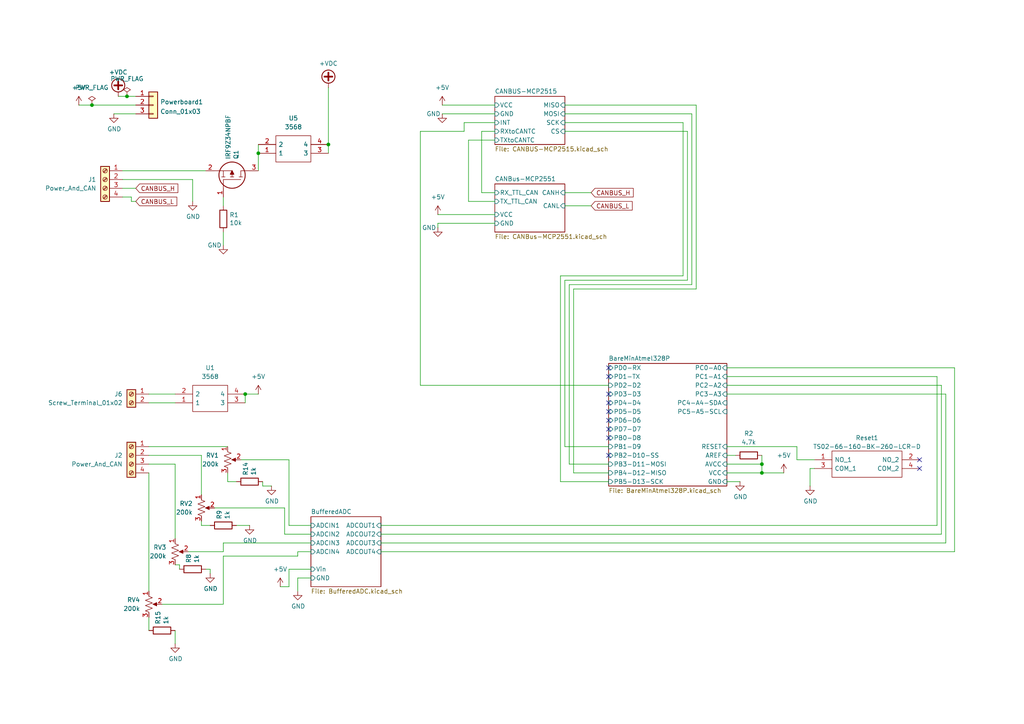
<source format=kicad_sch>
(kicad_sch (version 20250114) (generator "eeschema") (generator_version "9.0")
  (paper "A4")
  (lib_symbols
    (symbol "Connector:Screw_Terminal_01x02" (pin_names (offset 1.016) (hide yes))
      (property "Reference" "J" (at 0 2.54 0))
      (property "Value" "Screw_Terminal_01x02" (at 0 -5.08 0))
      (symbol "Screw_Terminal_01x02_1_1"
        (rectangle (start -1.27 1.27) (end 1.27 -3.81) (stroke (width 0.254)) (fill (type background)))
        (polyline (pts (xy -0.5334 0.3302) (xy 0.3302 -0.508)) (stroke (width 0.1524)))
        (polyline (pts (xy -0.5334 -2.2098) (xy 0.3302 -3.048)) (stroke (width 0.1524)))
        (polyline (pts (xy -0.3556 0.508) (xy 0.508 -0.3302)) (stroke (width 0.1524)))
        (polyline (pts (xy -0.3556 -2.032) (xy 0.508 -2.8702)) (stroke (width 0.1524)))
        (circle (center 0 0) (radius 0.635) (stroke (width 0.1524)))
        (circle (center 0 -2.54) (radius 0.635) (stroke (width 0.1524)))
        (pin passive line (at -5.08 0 0) (length 3.81) (name "Pin_1") (number "1"))
        (pin passive line (at -5.08 -2.54 0) (length 3.81) (name "Pin_2") (number "2"))
      )
    )
    (symbol "Connector:Screw_Terminal_01x04" (pin_names (offset 1.016) (hide yes))
      (property "Reference" "J" (at 0 5.08 0))
      (property "Value" "Screw_Terminal_01x04" (at 0 -7.62 0))
      (symbol "Screw_Terminal_01x04_1_1"
        (rectangle (start -1.27 3.81) (end 1.27 -6.35) (stroke (width 0.254)) (fill (type background)))
        (polyline (pts (xy -0.5334 2.8702) (xy 0.3302 2.032)) (stroke (width 0.1524)))
        (polyline (pts (xy -0.5334 0.3302) (xy 0.3302 -0.508)) (stroke (width 0.1524)))
        (polyline (pts (xy -0.5334 -2.2098) (xy 0.3302 -3.048)) (stroke (width 0.1524)))
        (polyline (pts (xy -0.5334 -4.7498) (xy 0.3302 -5.588)) (stroke (width 0.1524)))
        (polyline (pts (xy -0.3556 3.048) (xy 0.508 2.2098)) (stroke (width 0.1524)))
        (polyline (pts (xy -0.3556 0.508) (xy 0.508 -0.3302)) (stroke (width 0.1524)))
        (polyline (pts (xy -0.3556 -2.032) (xy 0.508 -2.8702)) (stroke (width 0.1524)))
        (polyline (pts (xy -0.3556 -4.572) (xy 0.508 -5.4102)) (stroke (width 0.1524)))
        (circle (center 0 2.54) (radius 0.635) (stroke (width 0.1524)))
        (circle (center 0 0) (radius 0.635) (stroke (width 0.1524)))
        (circle (center 0 -2.54) (radius 0.635) (stroke (width 0.1524)))
        (circle (center 0 -5.08) (radius 0.635) (stroke (width 0.1524)))
        (pin passive line (at -5.08 2.54 0) (length 3.81) (name "Pin_1") (number "1"))
        (pin passive line (at -5.08 0 0) (length 3.81) (name "Pin_2") (number "2"))
        (pin passive line (at -5.08 -2.54 0) (length 3.81) (name "Pin_3") (number "3"))
        (pin passive line (at -5.08 -5.08 0) (length 3.81) (name "Pin_4") (number "4"))
      )
    )
    (symbol "Connector_Generic:Conn_01x03" (pin_names (offset 1.016) (hide yes))
      (property "Reference" "J" (at 0 5.08 0))
      (property "Value" "Conn_01x03" (at 0 -5.08 0))
      (symbol "Conn_01x03_1_1"
        (rectangle (start -1.27 3.81) (end 1.27 -3.81) (stroke (width 0.254)) (fill (type background)))
        (rectangle (start -1.27 2.667) (end 0 2.413) (stroke (width 0.1524)))
        (rectangle (start -1.27 0.127) (end 0 -0.127) (stroke (width 0.1524)))
        (rectangle (start -1.27 -2.413) (end 0 -2.667) (stroke (width 0.1524)))
        (pin passive line (at -5.08 2.54 0) (length 3.81) (name "Pin_1") (number "1"))
        (pin passive line (at -5.08 0 0) (length 3.81) (name "Pin_2") (number "2"))
        (pin passive line (at -5.08 -2.54 0) (length 3.81) (name "Pin_3") (number "3"))
      )
    )
    (symbol "Device:R" (pin_numbers (hide yes)) (pin_names (offset 0))
      (property "Reference" "R" (at 2.032 0 90))
      (property "Value" "R" (at 0 0 90))
      (symbol "R_0_1"
        (rectangle (start -1.016 -2.54) (end 1.016 2.54) (stroke (width 0.254)))
      )
      (symbol "R_1_1"
        (pin passive line (at 0 3.81 270) (length 1.27) (name "~") (number "1"))
        (pin passive line (at 0 -3.81 90) (length 1.27) (name "~") (number "2"))
      )
    )
    (symbol "Device:R_Potentiometer_US" (pin_names (offset 1.016) (hide yes))
      (property "Reference" "RV" (at -4.445 0 90))
      (property "Value" "R_Potentiometer_US" (at -2.54 0 90))
      (symbol "R_Potentiometer_US_0_1"
        (polyline (pts (xy 0 2.54) (xy 0 2.286)))
        (polyline (pts (xy 0 2.286) (xy 1.016 1.905) (xy 0 1.524) (xy -1.016 1.143) (xy 0 0.762)))
        (polyline (pts (xy 0 0.762) (xy 1.016 0.381) (xy 0 0) (xy -1.016 -0.381) (xy 0 -0.762)))
        (polyline (pts (xy 0 -0.762) (xy 1.016 -1.143) (xy 0 -1.524) (xy -1.016 -1.905) (xy 0 -2.286)))
        (polyline (pts (xy 0 -2.286) (xy 0 -2.54)))
        (polyline (pts (xy 1.143 0) (xy 2.286 0.508) (xy 2.286 -0.508) (xy 1.143 0)) (fill (type outline)))
        (polyline (pts (xy 2.54 0) (xy 1.524 0)))
      )
      (symbol "R_Potentiometer_US_1_1"
        (pin passive line (at 0 3.81 270) (length 1.27) (name "1") (number "1"))
        (pin passive line (at 0 -3.81 90) (length 1.27) (name "3") (number "3"))
        (pin passive line (at 3.81 0 180) (length 1.27) (name "2") (number "2"))
      )
    )
    (symbol "SamacSys_Parts:3568" (pin_names (offset 0.762))
      (property "Reference" "U" (at 16.51 7.62 0))
      (property "Value" "3568" (at 16.51 5.08 0))
      (symbol "3568_0_0"
        (pin passive line (at 0 0 0) (length 5.08) (name "2") (number "2"))
        (pin passive line (at 0 -2.54 0) (length 5.08) (name "1") (number "1"))
        (pin passive line (at 20.32 0 180) (length 5.08) (name "4") (number "4"))
        (pin passive line (at 20.32 -2.54 180) (length 5.08) (name "3") (number "3"))
      )
      (symbol "3568_0_1"
        (polyline (pts (xy 5.08 2.54) (xy 15.24 2.54) (xy 15.24 -5.08) (xy 5.08 -5.08) (xy 5.08 2.54)) (stroke (width 0.1524)))
      )
    )
    (symbol "SamacSys_Parts:IRF9Z34NPBF" (pin_names (offset 0.762))
      (property "Reference" "Q" (at 11.43 3.81 0))
      (property "Value" "IRF9Z34NPBF" (at 11.43 1.27 0))
      (symbol "IRF9Z34NPBF_0_0"
        (pin passive line (at 0 0 0) (length 2.54) (name "~") (number "1"))
        (pin passive line (at 7.62 10.16 270) (length 2.54) (name "~") (number "3"))
        (pin passive line (at 7.62 -5.08 90) (length 2.54) (name "~") (number "2"))
      )
      (symbol "IRF9Z34NPBF_0_1"
        (polyline (pts (xy 2.54 0) (xy 5.08 0) (xy 5.08 5.08)) (stroke (width 0.1524)))
        (polyline (pts (xy 5.842 5.588) (xy 5.842 4.572)) (stroke (width 0.1524)))
        (polyline (pts (xy 5.842 2.032) (xy 5.842 3.048)) (stroke (width 0.1524)))
        (polyline (pts (xy 5.842 0) (xy 7.62 0)) (stroke (width 0.1524)))
        (polyline (pts (xy 5.842 -0.508) (xy 5.842 0.508)) (stroke (width 0.1524)))
        (circle (center 6.35 2.54) (radius 3.81) (stroke (width 0.254)))
        (polyline (pts (xy 7.62 5.08) (xy 5.842 5.08)) (stroke (width 0.1524)))
        (polyline (pts (xy 7.62 5.08) (xy 7.62 7.62)) (stroke (width 0.1524)))
        (polyline (pts (xy 7.62 2.54) (xy 5.842 2.54)) (stroke (width 0.1524)))
        (polyline (pts (xy 7.62 2.54) (xy 7.62 -2.54)) (stroke (width 0.1524)))
        (polyline (pts (xy 7.62 2.54) (xy 6.604 3.048) (xy 6.604 2.032) (xy 7.62 2.54)) (stroke (width 0.254)) (fill (type outline)))
      )
    )
    (symbol "SamacSys_Parts:TS02-66-160-BK-260-LCR-D" (pin_names (offset 0.762))
      (property "Reference" "S" (at 26.67 7.62 0))
      (property "Value" "TS02-66-160-BK-260-LCR-D" (at 26.67 5.08 0))
      (symbol "TS02-66-160-BK-260-LCR-D_0_0"
        (pin passive line (at 0 0 0) (length 5.08) (name "NO_1") (number "1"))
        (pin passive line (at 0 -2.54 0) (length 5.08) (name "COM_1") (number "3"))
        (pin passive line (at 30.48 0 180) (length 5.08) (name "NO_2") (number "2"))
        (pin passive line (at 30.48 -2.54 180) (length 5.08) (name "COM_2") (number "4"))
      )
      (symbol "TS02-66-160-BK-260-LCR-D_0_1"
        (polyline (pts (xy 5.08 2.54) (xy 25.4 2.54) (xy 25.4 -5.08) (xy 5.08 -5.08) (xy 5.08 2.54)) (stroke (width 0.1524)))
      )
    )
    (symbol "power:+5V" (power) (pin_numbers (hide yes)) (pin_names (offset 0) (hide yes))
      (property "Value" "+5V" (at 0 3.556 0))
      (symbol "+5V_0_1"
        (polyline (pts (xy -0.762 1.27) (xy 0 2.54)))
        (polyline (pts (xy 0 2.54) (xy 0.762 1.27)))
        (polyline (pts (xy 0 0) (xy 0 2.54)))
      )
      (symbol "+5V_1_1"
        (pin power_in line (at 0 0 90) (length 0) (name "~") (number "1"))
      )
    )
    (symbol "power:+VDC" (power) (pin_numbers (hide yes)) (pin_names (offset 0) (hide yes))
      (property "Value" "+VDC" (at 0 6.35 0))
      (symbol "+VDC_0_1"
        (polyline (pts (xy -1.143 3.175) (xy 1.143 3.175)) (stroke (width 0.508)))
        (circle (center 0 3.175) (radius 1.905) (stroke (width 0.254)))
        (polyline (pts (xy 0 2.032) (xy 0 4.318)) (stroke (width 0.508)))
        (polyline (pts (xy 0 0) (xy 0 1.27)))
      )
      (symbol "+VDC_1_1"
        (pin power_in line (at 0 0 90) (length 0) (name "~") (number "1"))
      )
    )
    (symbol "power:GND" (power) (pin_numbers (hide yes)) (pin_names (offset 0) (hide yes))
      (property "Value" "GND" (at 0 -3.81 0))
      (symbol "GND_0_1"
        (polyline (pts (xy 0 0) (xy 0 -1.27) (xy 1.27 -1.27) (xy 0 -2.54) (xy -1.27 -1.27) (xy 0 -1.27)))
      )
      (symbol "GND_1_1"
        (pin power_in line (at 0 0 270) (length 0) (name "~") (number "1"))
      )
    )
    (symbol "power:PWR_FLAG" (power) (pin_numbers (hide yes)) (pin_names (offset 0) (hide yes))
      (property "Value" "PWR_FLAG" (at 0 3.81 0))
      (symbol "PWR_FLAG_0_0"
        (pin power_out line (at 0 0 90) (length 0) (name "~") (number "1"))
      )
      (symbol "PWR_FLAG_0_1"
        (polyline (pts (xy 0 0) (xy 0 1.27) (xy -1.016 1.905) (xy 0 2.54) (xy 1.016 1.905) (xy 0 1.27)))
      )
    )
  )
  (junction (at 95.25 41.91))
  (junction (at 74.93 44.45))
  (junction (at 36.83 27.94))
  (junction (at 220.98 134.62))
  (junction (at 26.67 30.48))
  (junction (at 220.98 137.16))
  (junction (at 71.12 114.3))
  (no_connect (at 176.53 116.84))
  (no_connect (at 176.53 106.68))
  (no_connect (at 176.53 109.22))
  (no_connect (at 176.53 114.3))
  (no_connect (at 266.7 135.89))
  (no_connect (at 176.53 132.08))
  (no_connect (at 176.53 124.46))
  (no_connect (at 266.7 133.35))
  (no_connect (at 176.53 121.92))
  (no_connect (at 176.53 127))
  (no_connect (at 176.53 119.38))
  (wire (pts (xy 34.29 27.94) (xy 36.83 27.94)))
  (wire (pts (xy 35.56 52.07) (xy 55.88 52.07)))
  (wire (pts (xy 128.27 33.02) (xy 143.51 33.02)))
  (wire (pts (xy 274.32 157.48) (xy 110.49 157.48)))
  (wire (pts (xy 110.49 160.02) (xy 276.86 160.02)))
  (wire (pts (xy 95.25 41.91) (xy 95.25 44.45)))
  (wire (pts (xy 78.74 140.97) (xy 76.2 140.97)))
  (wire (pts (xy 231.14 129.54) (xy 231.14 133.35)))
  (wire (pts (xy 176.53 111.76) (xy 121.92 111.76)))
  (wire (pts (xy 26.67 30.48) (xy 39.37 30.48)))
  (wire (pts (xy 176.53 129.54) (xy 163.83 129.54)))
  (wire (pts (xy 200.66 33.02) (xy 200.66 82.55)))
  (wire (pts (xy 86.36 160.02) (xy 90.17 160.02)))
  (wire (pts (xy 64.77 160.02) (xy 64.77 157.48)))
  (wire (pts (xy 38.1 58.42) (xy 38.1 57.15)))
  (wire (pts (xy 234.95 135.89) (xy 234.95 140.97)))
  (wire (pts (xy 143.51 64.77) (xy 127 64.77)))
  (wire (pts (xy 68.58 139.7) (xy 66.04 139.7)))
  (wire (pts (xy 55.88 58.42) (xy 55.88 52.07)))
  (wire (pts (xy 50.8 182.88) (xy 50.8 186.69)))
  (wire (pts (xy 210.82 139.7) (xy 214.63 139.7)))
  (wire (pts (xy 69.85 133.35) (xy 83.82 133.35)))
  (wire (pts (xy 139.7 38.1) (xy 143.51 38.1)))
  (wire (pts (xy 83.82 152.4) (xy 90.17 152.4)))
  (wire (pts (xy 210.82 106.68) (xy 276.86 106.68)))
  (wire (pts (xy 163.83 81.28) (xy 199.39 81.28)))
  (wire (pts (xy 276.86 106.68) (xy 276.86 160.02)))
  (wire (pts (xy 127 62.23) (xy 143.51 62.23)))
  (wire (pts (xy 198.12 35.56) (xy 163.83 35.56)))
  (wire (pts (xy 273.05 111.76) (xy 210.82 111.76)))
  (wire (pts (xy 163.83 129.54) (xy 163.83 81.28)))
  (wire (pts (xy 210.82 132.08) (xy 213.36 132.08)))
  (wire (pts (xy 128.27 30.48) (xy 143.51 30.48)))
  (wire (pts (xy 220.98 137.16) (xy 227.33 137.16)))
  (wire (pts (xy 198.12 80.01) (xy 198.12 35.56)))
  (wire (pts (xy 60.96 165.1) (xy 59.69 165.1)))
  (wire (pts (xy 121.92 38.1) (xy 134.62 38.1)))
  (wire (pts (xy 210.82 109.22) (xy 271.78 109.22)))
  (wire (pts (xy 127 64.77) (xy 127 66.04)))
  (wire (pts (xy 163.83 33.02) (xy 200.66 33.02)))
  (wire (pts (xy 50.8 134.62) (xy 43.18 134.62)))
  (wire (pts (xy 71.12 114.3) (xy 71.12 116.84)))
  (wire (pts (xy 58.42 152.4) (xy 58.42 151.13)))
  (wire (pts (xy 165.1 82.55) (xy 165.1 134.62)))
  (wire (pts (xy 38.1 57.15) (xy 35.56 57.15)))
  (wire (pts (xy 162.56 80.01) (xy 198.12 80.01)))
  (wire (pts (xy 74.93 44.45) (xy 74.93 49.53)))
  (wire (pts (xy 143.51 55.88) (xy 139.7 55.88)))
  (wire (pts (xy 64.77 175.26) (xy 64.77 161.29)))
  (wire (pts (xy 43.18 179.07) (xy 43.18 182.88)))
  (wire (pts (xy 176.53 139.7) (xy 162.56 139.7)))
  (wire (pts (xy 210.82 129.54) (xy 231.14 129.54)))
  (wire (pts (xy 135.89 40.64) (xy 135.89 58.42)))
  (wire (pts (xy 90.17 167.64) (xy 86.36 167.64)))
  (wire (pts (xy 82.55 154.94) (xy 90.17 154.94)))
  (wire (pts (xy 83.82 170.18) (xy 83.82 165.1)))
  (wire (pts (xy 220.98 134.62) (xy 220.98 137.16)))
  (wire (pts (xy 121.92 111.76) (xy 121.92 38.1)))
  (wire (pts (xy 22.86 30.48) (xy 26.67 30.48)))
  (wire (pts (xy 60.96 166.37) (xy 60.96 165.1)))
  (wire (pts (xy 60.96 152.4) (xy 58.42 152.4)))
  (wire (pts (xy 176.53 137.16) (xy 166.37 137.16)))
  (wire (pts (xy 71.12 114.3) (xy 74.93 114.3)))
  (wire (pts (xy 52.07 165.1) (xy 52.07 163.83)))
  (wire (pts (xy 165.1 134.62) (xy 176.53 134.62)))
  (wire (pts (xy 35.56 49.53) (xy 59.69 49.53)))
  (wire (pts (xy 36.83 27.94) (xy 39.37 27.94)))
  (wire (pts (xy 43.18 116.84) (xy 50.8 116.84)))
  (wire (pts (xy 43.18 129.54) (xy 66.04 129.54)))
  (wire (pts (xy 163.83 59.69) (xy 171.45 59.69)))
  (wire (pts (xy 54.61 160.02) (xy 64.77 160.02)))
  (wire (pts (xy 33.02 33.02) (xy 39.37 33.02)))
  (wire (pts (xy 162.56 139.7) (xy 162.56 80.01)))
  (wire (pts (xy 64.77 161.29) (xy 86.36 161.29)))
  (wire (pts (xy 74.93 41.91) (xy 74.93 44.45)))
  (wire (pts (xy 46.99 175.26) (xy 64.77 175.26)))
  (wire (pts (xy 273.05 154.94) (xy 273.05 111.76)))
  (wire (pts (xy 82.55 147.32) (xy 82.55 154.94)))
  (wire (pts (xy 134.62 35.56) (xy 143.51 35.56)))
  (wire (pts (xy 139.7 55.88) (xy 139.7 38.1)))
  (wire (pts (xy 58.42 143.51) (xy 58.42 132.08)))
  (wire (pts (xy 210.82 114.3) (xy 274.32 114.3)))
  (wire (pts (xy 86.36 161.29) (xy 86.36 160.02)))
  (wire (pts (xy 166.37 137.16) (xy 166.37 83.82)))
  (wire (pts (xy 64.77 157.48) (xy 90.17 157.48)))
  (wire (pts (xy 39.37 58.42) (xy 38.1 58.42)))
  (wire (pts (xy 166.37 83.82) (xy 201.93 83.82)))
  (wire (pts (xy 64.77 67.31) (xy 64.77 71.12)))
  (wire (pts (xy 236.22 135.89) (xy 234.95 135.89)))
  (wire (pts (xy 50.8 163.83) (xy 52.07 163.83)))
  (wire (pts (xy 199.39 81.28) (xy 199.39 38.1)))
  (wire (pts (xy 271.78 109.22) (xy 271.78 152.4)))
  (wire (pts (xy 135.89 58.42) (xy 143.51 58.42)))
  (wire (pts (xy 134.62 38.1) (xy 134.62 35.56)))
  (wire (pts (xy 200.66 82.55) (xy 165.1 82.55)))
  (wire (pts (xy 163.83 30.48) (xy 201.93 30.48)))
  (wire (pts (xy 50.8 156.21) (xy 50.8 134.62)))
  (wire (pts (xy 110.49 154.94) (xy 273.05 154.94)))
  (wire (pts (xy 143.51 40.64) (xy 135.89 40.64)))
  (wire (pts (xy 86.36 167.64) (xy 86.36 171.45)))
  (wire (pts (xy 76.2 140.97) (xy 76.2 139.7)))
  (wire (pts (xy 163.83 55.88) (xy 171.45 55.88)))
  (wire (pts (xy 201.93 83.82) (xy 201.93 30.48)))
  (wire (pts (xy 35.56 54.61) (xy 39.37 54.61)))
  (wire (pts (xy 81.28 170.18) (xy 83.82 170.18)))
  (wire (pts (xy 274.32 114.3) (xy 274.32 157.48)))
  (wire (pts (xy 231.14 133.35) (xy 236.22 133.35)))
  (wire (pts (xy 43.18 137.16) (xy 43.18 171.45)))
  (wire (pts (xy 83.82 133.35) (xy 83.82 152.4)))
  (wire (pts (xy 95.25 25.4) (xy 95.25 41.91)))
  (wire (pts (xy 66.04 139.7) (xy 66.04 137.16)))
  (wire (pts (xy 64.77 59.69) (xy 64.77 57.15)))
  (wire (pts (xy 210.82 134.62) (xy 220.98 134.62)))
  (wire (pts (xy 83.82 165.1) (xy 90.17 165.1)))
  (wire (pts (xy 62.23 147.32) (xy 82.55 147.32)))
  (wire (pts (xy 220.98 132.08) (xy 220.98 134.62)))
  (wire (pts (xy 271.78 152.4) (xy 110.49 152.4)))
  (wire (pts (xy 43.18 114.3) (xy 50.8 114.3)))
  (wire (pts (xy 210.82 137.16) (xy 220.98 137.16)))
  (wire (pts (xy 68.58 152.4) (xy 72.39 152.4)))
  (wire (pts (xy 199.39 38.1) (xy 163.83 38.1)))
  (wire (pts (xy 58.42 132.08) (xy 43.18 132.08)))
  (global_label "CANBUS_H" (shape input) (at 39.37 54.61 0) (property "Intersheetrefs" "${INTERSHEET_REFS}" (effects (hide yes))))
  (global_label "CANBUS_H" (shape input) (at 171.45 55.88 0) (property "Intersheetrefs" "${INTERSHEET_REFS}" (effects (hide yes))))
  (global_label "CANBUS_L" (shape input) (at 171.45 59.69 0) (property "Intersheetrefs" "${INTERSHEET_REFS}" (effects (hide yes))))
  (global_label "CANBUS_L" (shape input) (at 39.37 58.42 0) (property "Intersheetrefs" "${INTERSHEET_REFS}" (effects (hide yes))))
  (symbol (lib_id "Device:R_Potentiometer_US") (at 43.18 175.26 0) (unit 1)
    (property "Reference" "RV4" (at 40.64 173.9899 0) (effects (justify right)))
    (property "Value" "200k" (at 40.64 176.5299 0) (effects (justify right)))
    (property "Footprint" "Potentiometer_THT:Potentiometer_Bourns_3296W_Vertical" (effects (hide yes)))
    (property "Description" "Potentiometer, US symbol" (effects (hide yes)))
  )
  (symbol (lib_id "Connector:Screw_Terminal_01x04") (at 38.1 132.08 0) (mirror y) (unit 1)
    (property "Reference" "J2" (at 35.56 132.0799 0) (effects (justify left)))
    (property "Value" "Power_And_CAN" (at 35.56 134.6199 0) (effects (justify left)))
    (property "Footprint" "TerminalBlock_Phoenix:TerminalBlock_Phoenix_MPT-0,5-4-2.54_1x04_P2.54mm_Horizontal" (effects (hide yes)))
    (property "Description" "Generic screw terminal, single row, 01x04, script generated (kicad-library-utils/schlib/autogen/connector/)" (effects (hide yes)))
  )
  (symbol (lib_id "power:+5V") (at 22.86 30.48 0) (unit 1)
    (property "Reference" "#PWR01" (effects (hide yes)))
    (property "Value" "+5V" (at 22.86 25.4 0))
    (property "Description" "Power symbol creates a global label with name \"+5V\"" (effects (hide yes)))
  )
  (symbol (lib_id "SamacSys_Parts:IRF9Z34NPBF") (at 64.77 57.15 270) (mirror x) (unit 1)
    (property "Reference" "Q1" (at 68.4784 46.228 0) (effects (justify left)))
    (property "Value" "IRF9Z34NPBF" (at 66.167 46.228 0) (effects (justify left)))
    (property "Footprint" "TO254P469X1042X1967-3P" (effects (hide yes)))
    (property "Datasheet" "https://www.infineon.com/dgdl/irf9z34npbf.pdf?fileId=5546d462533600a40153561220af1ddd" (effects (hide yes)))
    (property "Description" "MOSFET MOSFT PCh -55V -17A 100mOhm 23.3nC" (effects (hide yes)))
    (property "Height" "4.69" (effects (hide yes)))
    (property "Mouser Part Number" "942-IRF9Z34NPBF" (effects (hide yes)))
    (property "Mouser Price/Stock" "https://www.mouser.co.uk/ProductDetail/Infineon-Technologies/IRF9Z34NPBF?qs=9%252BKlkBgLFf16a%2FvlD%252BMCtQ%3D%3D" (effects (hide yes)))
    (property "Manufacturer_Name" "Infineon" (effects (hide yes)))
    (property "Manufacturer_Part_Number" "IRF9Z34NPBF" (effects (hide yes)))
  )
  (symbol (lib_id "SamacSys_Parts:3568") (at 50.8 114.3 0) (unit 1)
    (property "Reference" "U1" (at 60.96 106.68 0))
    (property "Value" "3568" (at 60.96 109.22 0))
    (property "Footprint" "3568" (effects (hide yes)))
    (property "Description" "Fuse Holder 30A 500V 1 Circuit Blade Through Hole" (effects (hide yes)))
    (property "Height" "7.5" (effects (hide yes)))
    (property "Mouser Part Number" "534-3568" (effects (hide yes)))
    (property "Mouser Price/Stock" "https://www.mouser.co.uk/ProductDetail/Keystone-Electronics/3568?qs=fP5bVVCrK%2Fd7nbA%2FPpwnKw%3D%3D" (effects (hide yes)))
    (property "Manufacturer_Name" "Keystone Electronics" (effects (hide yes)))
    (property "Manufacturer_Part_Number" "3568" (effects (hide yes)))
  )
  (symbol (lib_id "Connector:Screw_Terminal_01x02") (at 38.1 114.3 0) (mirror y) (unit 1)
    (property "Reference" "J6" (at 35.56 114.2999 0) (effects (justify left)))
    (property "Value" "Screw_Terminal_01x02" (at 35.56 116.8399 0) (effects (justify left)))
    (property "Footprint" "TerminalBlock_TE-Connectivity:TerminalBlock_TE_282834-2_1x02_P2.54mm_Horizontal" (effects (hide yes)))
    (property "Description" "Generic screw terminal, single row, 01x02, script generated (kicad-library-utils/schlib/autogen/connector/)" (effects (hide yes)))
  )
  (symbol (lib_id "power:PWR_FLAG") (at 36.83 27.94 0) (unit 1)
    (property "Reference" "#FLG02" (effects (hide yes)))
    (property "Value" "PWR_FLAG" (at 36.83 22.86 0))
    (property "Description" "Special symbol for telling ERC where power comes from" (effects (hide yes)))
  )
  (symbol (lib_id "power:GND") (at 86.36 171.45 0) (unit 1)
    (property "Reference" "#PWR011" (effects (hide yes)))
    (property "Value" "GND" (at 86.487 175.8442 0))
    (property "Description" "Power symbol creates a global label with name \"GND\" , ground" (effects (hide yes)))
  )
  (symbol (lib_id "power:+VDC") (at 34.29 27.94 0) (unit 1)
    (property "Reference" "#PWR02" (effects (hide yes)))
    (property "Value" "+VDC" (at 34.29 20.955 0))
    (property "Description" "Power symbol creates a global label with name \"+VDC\"" (effects (hide yes)))
  )
  (symbol (lib_id "Device:R_Potentiometer_US") (at 66.04 133.35 0) (unit 1)
    (property "Reference" "RV1" (at 63.5 132.0799 0) (effects (justify right)))
    (property "Value" "200k" (at 63.5 134.6199 0) (effects (justify right)))
    (property "Footprint" "Potentiometer_THT:Potentiometer_Bourns_3296W_Vertical" (effects (hide yes)))
    (property "Description" "Potentiometer, US symbol" (effects (hide yes)))
  )
  (symbol (lib_id "power:GND") (at 72.39 152.4 0) (unit 1)
    (property "Reference" "#PWR05" (effects (hide yes)))
    (property "Value" "GND" (at 72.517 156.7942 0))
    (property "Description" "Power symbol creates a global label with name \"GND\" , ground" (effects (hide yes)))
  )
  (symbol (lib_id "SamacSys_Parts:TS02-66-160-BK-260-LCR-D") (at 236.22 133.35 0) (unit 1)
    (property "Reference" "Reset1" (at 251.46 127 0))
    (property "Value" "TS02-66-160-BK-260-LCR-D" (at 251.46 129.54 0))
    (property "Footprint" "TS0266160BK260LCRD" (effects (hide yes)))
    (property "Datasheet" "https://www.cuidevices.com/product/resource/ts02.pdf" (effects (hide yes)))
    (property "Description" "Tactile Switches 6 x 6 mm, 16 mm Act Height, 260 gf, Black, Long Crimped, Through Hole, SPST," (effects (hide yes)))
    (property "Height" "16.2" (effects (hide yes)))
    (property "Mouser Part Number" "179-TS0266160BK260LC" (effects (hide yes)))
    (property "Mouser Price/Stock" "https://www.mouser.co.uk/ProductDetail/CUI-Devices/TS02-66-160-BK-260-LCR-D?qs=A6eO%252BMLsxmR2iSh4nOToMQ%3D%3D" (effects (hide yes)))
    (property "Manufacturer_Name" "CUI Devices" (effects (hide yes)))
    (property "Manufacturer_Part_Number" "TS02-66-160-BK-260-LCR-D" (effects (hide yes)))
  )
  (symbol (lib_id "power:GND") (at 234.95 140.97 0) (unit 1)
    (property "Reference" "#PWR021" (effects (hide yes)))
    (property "Value" "GND" (at 235.077 145.3642 0))
    (property "Description" "Power symbol creates a global label with name \"GND\" , ground" (effects (hide yes)))
  )
  (symbol (lib_id "Device:R_Potentiometer_US") (at 50.8 160.02 0) (unit 1)
    (property "Reference" "RV3" (at 48.26 158.7499 0) (effects (justify right)))
    (property "Value" "200k" (at 48.26 161.2899 0) (effects (justify right)))
    (property "Footprint" "Potentiometer_THT:Potentiometer_Bourns_3296W_Vertical" (effects (hide yes)))
    (property "Description" "Potentiometer, US symbol" (effects (hide yes)))
  )
  (symbol (lib_id "power:+5V") (at 127 62.23 0) (unit 1)
    (property "Reference" "#PWR013" (effects (hide yes)))
    (property "Value" "+5V" (at 127 57.15 0))
    (property "Description" "Power symbol creates a global label with name \"+5V\"" (effects (hide yes)))
  )
  (symbol (lib_id "Device:R") (at 55.88 165.1 90) (unit 1)
    (property "Reference" "R8" (at 54.7116 163.322 0) (effects (justify left)))
    (property "Value" "1k" (at 57.023 163.322 0) (effects (justify left)))
    (property "Footprint" "Resistor_SMD:R_1206_3216Metric_Pad1.30x1.75mm_HandSolder" (effects (hide yes)))
    (property "Description" "Resistor" (effects (hide yes)))
  )
  (symbol (lib_id "power:GND") (at 33.02 33.02 0) (unit 1)
    (property "Reference" "#PWR03" (effects (hide yes)))
    (property "Value" "GND" (at 33.147 37.4142 0))
    (property "Description" "Power symbol creates a global label with name \"GND\" , ground" (effects (hide yes)))
  )
  (symbol (lib_id "power:+5V") (at 74.93 114.3 0) (unit 1)
    (property "Reference" "#PWR022" (effects (hide yes)))
    (property "Value" "+5V" (at 74.93 109.22 0))
    (property "Description" "Power symbol creates a global label with name \"+5V\"" (effects (hide yes)))
  )
  (symbol (lib_id "power:PWR_FLAG") (at 26.67 30.48 0) (unit 1)
    (property "Reference" "#FLG01" (effects (hide yes)))
    (property "Value" "PWR_FLAG" (at 26.67 25.4 0))
    (property "Description" "Special symbol for telling ERC where power comes from" (effects (hide yes)))
  )
  (symbol (lib_id "Device:R") (at 64.77 63.5 0) (unit 1)
    (property "Reference" "R1" (at 66.548 62.3316 0) (effects (justify left)))
    (property "Value" "10k" (at 66.548 64.643 0) (effects (justify left)))
    (property "Footprint" "Resistor_SMD:R_1206_3216Metric_Pad1.30x1.75mm_HandSolder" (effects (hide yes)))
    (property "Description" "Resistor" (effects (hide yes)))
  )
  (symbol (lib_id "power:GND") (at 78.74 140.97 0) (unit 1)
    (property "Reference" "#PWR04" (effects (hide yes)))
    (property "Value" "GND" (at 78.867 145.3642 0))
    (property "Description" "Power symbol creates a global label with name \"GND\" , ground" (effects (hide yes)))
  )
  (symbol (lib_id "Device:R") (at 46.99 182.88 90) (unit 1)
    (property "Reference" "R15" (at 45.8216 181.102 0) (effects (justify left)))
    (property "Value" "1k" (at 48.133 181.102 0) (effects (justify left)))
    (property "Footprint" "Resistor_SMD:R_1206_3216Metric_Pad1.30x1.75mm_HandSolder" (effects (hide yes)))
    (property "Description" "Resistor" (effects (hide yes)))
  )
  (symbol (lib_id "power:GND") (at 55.88 58.42 0) (unit 1)
    (property "Reference" "#PWR06" (effects (hide yes)))
    (property "Value" "GND" (at 56.007 62.8142 0))
    (property "Description" "Power symbol creates a global label with name \"GND\" , ground" (effects (hide yes)))
  )
  (symbol (lib_id "Connector_Generic:Conn_01x03") (at 44.45 30.48 0) (unit 1)
    (property "Reference" "Powerboard1" (at 46.482 29.5715 0) (effects (justify left)))
    (property "Value" "Conn_01x03" (at 46.482 32.3466 0) (effects (justify left)))
    (property "Footprint" "Connector_PinHeader_2.54mm:PinHeader_1x03_P2.54mm_Vertical" (effects (hide yes)))
    (property "Description" "Generic connector, single row, 01x03, script generated (kicad-library-utils/schlib/autogen/connector/)" (effects (hide yes)))
  )
  (symbol (lib_id "Connector:Screw_Terminal_01x04") (at 30.48 52.07 0) (mirror y) (unit 1)
    (property "Reference" "J1" (at 27.94 52.0699 0) (effects (justify left)))
    (property "Value" "Power_And_CAN" (at 27.94 54.6099 0) (effects (justify left)))
    (property "Footprint" "TerminalBlock_Phoenix:TerminalBlock_Phoenix_MPT-0,5-4-2.54_1x04_P2.54mm_Horizontal" (effects (hide yes)))
    (property "Description" "Generic screw terminal, single row, 01x04, script generated (kicad-library-utils/schlib/autogen/connector/)" (effects (hide yes)))
  )
  (symbol (lib_id "power:GND") (at 128.27 33.02 0) (unit 1)
    (property "Reference" "#PWR016" (effects (hide yes)))
    (property "Value" "GND" (at 125.73 33.02 0))
    (property "Description" "Power symbol creates a global label with name \"GND\" , ground" (effects (hide yes)))
  )
  (symbol (lib_id "power:+5V") (at 81.28 170.18 0) (unit 1)
    (property "Reference" "#PWR010" (effects (hide yes)))
    (property "Value" "+5V" (at 81.28 165.1 0))
    (property "Description" "Power symbol creates a global label with name \"+5V\"" (effects (hide yes)))
  )
  (symbol (lib_id "Device:R") (at 217.17 132.08 90) (unit 1)
    (property "Reference" "R2" (at 217.17 125.73 90))
    (property "Value" "4.7k" (at 217.17 128.27 90))
    (property "Footprint" "Resistor_SMD:R_1206_3216Metric_Pad1.30x1.75mm_HandSolder" (effects (hide yes)))
    (property "Description" "Resistor" (effects (hide yes)))
  )
  (symbol (lib_id "power:GND") (at 64.77 71.12 0) (unit 1)
    (property "Reference" "#PWR08" (effects (hide yes)))
    (property "Value" "GND" (at 62.23 71.12 0))
    (property "Description" "Power symbol creates a global label with name \"GND\" , ground" (effects (hide yes)))
  )
  (symbol (lib_id "power:GND") (at 60.96 166.37 0) (unit 1)
    (property "Reference" "#PWR07" (effects (hide yes)))
    (property "Value" "GND" (at 61.087 170.7642 0))
    (property "Description" "Power symbol creates a global label with name \"GND\" , ground" (effects (hide yes)))
  )
  (symbol (lib_id "power:+5V") (at 227.33 137.16 0) (unit 1)
    (property "Reference" "#PWR018" (effects (hide yes)))
    (property "Value" "+5V" (at 227.33 132.08 0))
    (property "Description" "Power symbol creates a global label with name \"+5V\"" (effects (hide yes)))
  )
  (symbol (lib_id "power:GND") (at 214.63 139.7 0) (unit 1)
    (property "Reference" "#PWR017" (effects (hide yes)))
    (property "Value" "GND" (at 214.757 144.0942 0))
    (property "Description" "Power symbol creates a global label with name \"GND\" , ground" (effects (hide yes)))
  )
  (symbol (lib_id "power:+VDC") (at 95.25 25.4 0) (unit 1)
    (property "Reference" "#PWR012" (effects (hide yes)))
    (property "Value" "+VDC" (at 95.25 18.415 0))
    (property "Description" "Power symbol creates a global label with name \"+VDC\"" (effects (hide yes)))
  )
  (symbol (lib_id "Device:R_Potentiometer_US") (at 58.42 147.32 0) (unit 1)
    (property "Reference" "RV2" (at 55.88 146.0499 0) (effects (justify right)))
    (property "Value" "200k" (at 55.88 148.5899 0) (effects (justify right)))
    (property "Footprint" "Potentiometer_THT:Potentiometer_Bourns_3296W_Vertical" (effects (hide yes)))
    (property "Description" "Potentiometer, US symbol" (effects (hide yes)))
  )
  (symbol (lib_id "Device:R") (at 72.39 139.7 90) (unit 1)
    (property "Reference" "R14" (at 71.2216 137.922 0) (effects (justify left)))
    (property "Value" "1k" (at 73.533 137.922 0) (effects (justify left)))
    (property "Footprint" "Resistor_SMD:R_1206_3216Metric_Pad1.30x1.75mm_HandSolder" (effects (hide yes)))
    (property "Description" "Resistor" (effects (hide yes)))
  )
  (symbol (lib_id "Device:R") (at 64.77 152.4 90) (unit 1)
    (property "Reference" "R9" (at 63.6016 150.622 0) (effects (justify left)))
    (property "Value" "1k" (at 65.913 150.622 0) (effects (justify left)))
    (property "Footprint" "Resistor_SMD:R_1206_3216Metric_Pad1.30x1.75mm_HandSolder" (effects (hide yes)))
    (property "Description" "Resistor" (effects (hide yes)))
  )
  (symbol (lib_id "power:GND") (at 50.8 186.69 0) (unit 1)
    (property "Reference" "#PWR09" (effects (hide yes)))
    (property "Value" "GND" (at 50.927 191.0842 0))
    (property "Description" "Power symbol creates a global label with name \"GND\" , ground" (effects (hide yes)))
  )
  (symbol (lib_id "power:GND") (at 127 66.04 0) (unit 1)
    (property "Reference" "#PWR014" (effects (hide yes)))
    (property "Value" "GND" (at 124.46 66.04 0))
    (property "Description" "Power symbol creates a global label with name \"GND\" , ground" (effects (hide yes)))
  )
  (symbol (lib_id "power:+5V") (at 128.27 30.48 0) (unit 1)
    (property "Reference" "#PWR015" (effects (hide yes)))
    (property "Value" "+5V" (at 128.27 25.4 0))
    (property "Description" "Power symbol creates a global label with name \"+5V\"" (effects (hide yes)))
  )
  (symbol (lib_id "SamacSys_Parts:3568") (at 74.93 41.91 0) (unit 1)
    (property "Reference" "U5" (at 85.09 34.29 0))
    (property "Value" "3568" (at 85.09 36.83 0))
    (property "Footprint" "3568" (effects (hide yes)))
    (property "Description" "Fuse Holder 30A 500V 1 Circuit Blade Through Hole" (effects (hide yes)))
    (property "Height" "7.5" (effects (hide yes)))
    (property "Mouser Part Number" "534-3568" (effects (hide yes)))
    (property "Mouser Price/Stock" "https://www.mouser.co.uk/ProductDetail/Keystone-Electronics/3568?qs=fP5bVVCrK%2Fd7nbA%2FPpwnKw%3D%3D" (effects (hide yes)))
    (property "Manufacturer_Name" "Keystone Electronics" (effects (hide yes)))
    (property "Manufacturer_Part_Number" "3568" (effects (hide yes)))
  )
  (sheet (at 90.17 149.86) (size 20.32 20.32) (stroke (width 0.1524))
    (property "Sheetname" "BufferedADC" (at 90.17 149.1484 0) (effects (justify left bottom)))
    (property "Sheetfile" "BufferedADC.kicad_sch" (at 90.17 170.7646 0) (effects (justify left top)))
    (pin "ADCOUT2" input (at 110.49 154.94 0))
    (pin "ADCIN1" input (at 90.17 152.4 180))
    (pin "ADCIN2" input (at 90.17 154.94 180))
    (pin "ADCOUT1" input (at 110.49 152.4 0))
    (pin "ADCOUT4" input (at 110.49 160.02 0))
    (pin "ADCIN4" input (at 90.17 160.02 180))
    (pin "ADCIN3" input (at 90.17 157.48 180))
    (pin "ADCOUT3" input (at 110.49 157.48 0))
    (pin "GND" input (at 90.17 167.64 180))
    (pin "Vin" input (at 90.17 165.1 180))
  )
  (sheet (at 143.51 53.34) (size 20.32 13.97) (stroke (width 0.1524))
    (property "Sheetname" "CANBus-MCP2551" (at 143.51 52.6284 0) (effects (justify left bottom)))
    (property "Sheetfile" "CANBus-MCP2551.kicad_sch" (at 143.51 67.8946 0) (effects (justify left top)))
    (pin "GND" input (at 143.51 64.77 180))
    (pin "VCC" input (at 143.51 62.23 180))
    (pin "CANH" input (at 163.83 55.88 0))
    (pin "TX_TTL_CAN" input (at 143.51 58.42 180))
    (pin "CANL" input (at 163.83 59.69 0))
    (pin "RX_TTL_CAN" input (at 143.51 55.88 180))
  )
  (sheet (at 143.51 27.94) (size 20.32 13.97) (stroke (width 0.1524))
    (property "Sheetname" "CANBUS-MCP2515" (at 143.51 27.2284 0) (effects (justify left bottom)))
    (property "Sheetfile" "CANBUS-MCP2515.kicad_sch" (at 143.51 42.4946 0) (effects (justify left top)))
    (pin "VCC" input (at 143.51 30.48 180))
    (pin "GND" input (at 143.51 33.02 180))
    (pin "RXtoCANTC" input (at 143.51 38.1 180))
    (pin "TXtoCANTC" input (at 143.51 40.64 180))
    (pin "MISO" input (at 163.83 30.48 0))
    (pin "INT" input (at 143.51 35.56 180))
    (pin "SCK" input (at 163.83 35.56 0))
    (pin "MOSI" input (at 163.83 33.02 0))
    (pin "CS" input (at 163.83 38.1 0))
  )
  (sheet (at 176.53 105.41) (size 34.29 35.56) (stroke (width 0.1524))
    (property "Sheetname" "BareMinAtmel328P" (at 176.53 104.6984 0) (effects (justify left bottom)))
    (property "Sheetfile" "BareMinAtmel328P.kicad_sch" (at 176.53 141.5546 0) (effects (justify left top)))
    (pin "PB3-D11-MOSI" input (at 176.53 134.62 180))
    (pin "PB4-D12-MISO" input (at 176.53 137.16 180))
    (pin "PB2-D10-SS" input (at 176.53 132.08 180))
    (pin "PB5-D13-SCK" input (at 176.53 139.7 180))
    (pin "PB1-D9" input (at 176.53 129.54 180))
    (pin "PB0-D8" input (at 176.53 127 180))
    (pin "PC4-A4-SDA" input (at 210.82 116.84 0))
    (pin "PC2-A2" input (at 210.82 111.76 0))
    (pin "PC3-A3" input (at 210.82 114.3 0))
    (pin "PC5-A5-SCL" input (at 210.82 119.38 0))
    (pin "PC1-A1" input (at 210.82 109.22 0))
    (pin "PC0-A0" input (at 210.82 106.68 0))
    (pin "AVCC" input (at 210.82 134.62 0))
    (pin "VCC" input (at 210.82 137.16 0))
    (pin "PD1-TX" input (at 176.53 109.22 180))
    (pin "PD2-D2" input (at 176.53 111.76 180))
    (pin "PD3-D3" input (at 176.53 114.3 180))
    (pin "PD4-D4" input (at 176.53 116.84 180))
    (pin "PD0-RX" input (at 176.53 106.68 180))
    (pin "GND" input (at 210.82 139.7 0))
    (pin "PD7-D7" input (at 176.53 124.46 180))
    (pin "PD6-D6" input (at 176.53 121.92 180))
    (pin "PD5-D5" input (at 176.53 119.38 180))
    (pin "AREF" input (at 210.82 132.08 0))
    (pin "RESET" input (at 210.82 129.54 0))
  )
)
</source>
